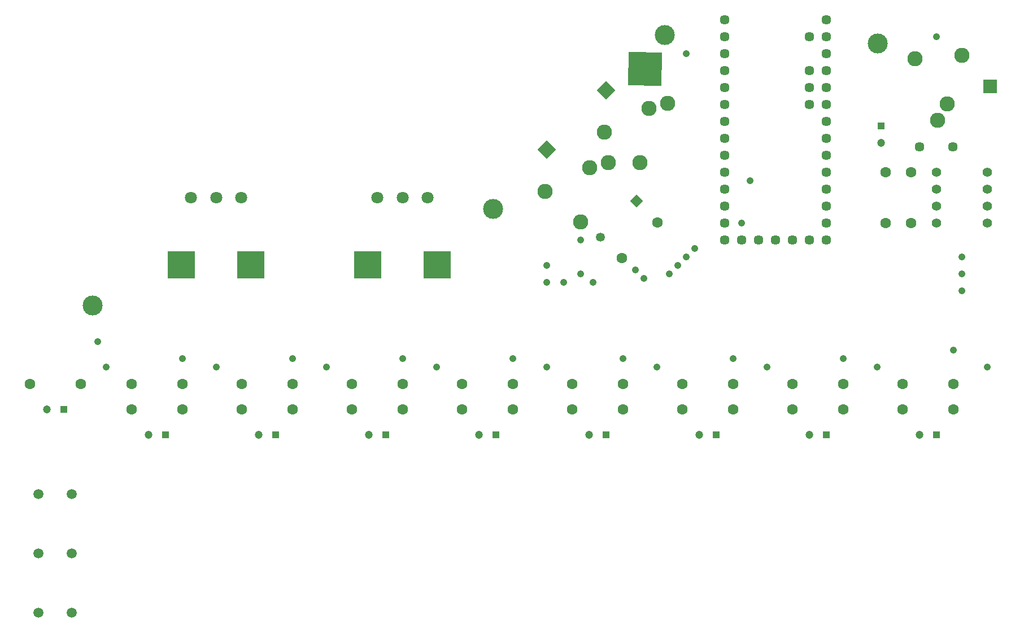
<source format=gbs>
%FSLAX33Y33*%
%MOMM*%
%AMRect-W4000000-H4000000-RO1.000*
21,1,4.,4.,0.,0.,180*%
%AMRect-W1350000-H1350000-RO0.750*
21,1,1.35,1.35,0.,0.,225*%
%AMRect-W1000000-H1000000-RO1.000*
21,1,1.,1.,0.,0.,180*%
%AMRect-W2032000-H2032000-RO0.250*
21,1,2.032,2.032,0.,0.,315*%
%AMRect-W5000000-H5000000-RO1.000*
21,1,5.,5.,0.,0.,179*%
%AMRect-W2032000-H2032000-RO1.000*
21,1,2.032,2.032,0.,0.,180*%
%AMRect-W1000000-H1000000-RO0.500*
21,1,1.,1.,0.,0.,270*%
%ADD10C,3.*%
%ADD11C,1.0668*%
%ADD12C,1.8*%
%ADD13Rect-W4000000-H4000000-RO1.000*%
%ADD14C,1.6*%
%ADD15C,1.35*%
%ADD16Rect-W1350000-H1350000-RO0.750*%
%ADD17C,1.6*%
%ADD18C,1.6*%
%ADD19C,1.2*%
%ADD20Rect-W1000000-H1000000-RO1.000*%
%ADD21C,2.286*%
%ADD22Rect-W2032000-H2032000-RO0.250*%
%ADD23C,1.5*%
%ADD24C,1.4*%
%ADD25C,1.45*%
%ADD26Rect-W5000000-H5000000-RO1.000*%
%ADD27C,1.6*%
%ADD28C,1.0668*%
%ADD29C,1.45*%
%ADD30C,2.286*%
%ADD31Rect-W2032000-H2032000-RO1.000*%
%ADD32C,1.2*%
%ADD33Rect-W1000000-H1000000-RO0.500*%
D10*
%LNbottom solder mask_traces*%
G01*
X130900Y93000D03*
D11*
X99695Y58420D03*
X59690Y69850D03*
X102235Y60960D03*
X111760Y72390D03*
X142240Y46990D03*
X48260Y44450D03*
X102235Y91440D03*
X81280Y59690D03*
X26670Y45720D03*
X103505Y62230D03*
X130810Y44450D03*
X64770Y44450D03*
X95885Y57785D03*
X92710Y45720D03*
X31750Y44450D03*
X15240Y44450D03*
X125730Y45720D03*
X81280Y44450D03*
X147320Y44450D03*
X59690Y45720D03*
X100965Y59690D03*
D10*
X13275Y53725D03*
D11*
X13970Y48260D03*
X43180Y45720D03*
D10*
X73300Y68200D03*
D11*
X83820Y57150D03*
X114300Y44450D03*
X139700Y93980D03*
X110490Y66040D03*
X88265Y57150D03*
X76200Y45720D03*
X94615Y59055D03*
X97790Y44450D03*
X10160Y16510D03*
X81280Y57150D03*
X86354Y63500D03*
D10*
X99000Y94250D03*
D11*
X86360Y58420D03*
X109220Y45720D03*
%LNbottom solder mask component fb107dcccfdb0926*%
D12*
X35500Y69850D03*
X28000Y69850D03*
X31750Y69850D03*
D13*
X26550Y59850D03*
X36950Y59850D03*
%LNbottom solder mask component 1f20f5d5898abb2f*%
D14*
X92710Y38100D03*
X85090Y38100D03*
%LNbottom solder mask component 4b1e3c7fd09ccb6e*%
D15*
X89381Y63981D03*
D16*
X94769Y69369D03*
%LNbottom solder mask component 27b49cb97a04ef49*%
D14*
X76200Y38100D03*
X68580Y38100D03*
%LNbottom solder mask component a620bbc60874f67c*%
D17*
X132080Y66040D03*
X132080Y73660D03*
%LNbottom solder mask component ea2c1d543afd550c*%
D18*
X3810Y41910D03*
X11430Y41910D03*
%LNbottom solder mask component b43df3c15a639c76*%
D14*
X26670Y41910D03*
X19050Y41910D03*
%LNbottom solder mask component de895496bb2fd0e6*%
X109220Y38100D03*
X101600Y38100D03*
%LNbottom solder mask component 82f976b0e811269b*%
D17*
X135890Y66040D03*
X135890Y73660D03*
%LNbottom solder mask component 34e823c397d52473*%
D19*
X120650Y34290D03*
D20*
X123190Y34290D03*
%LNbottom solder mask component 9af73c40574899a7*%
D14*
X59690Y38100D03*
X52070Y38100D03*
%LNbottom solder mask component f836791b44df51a1*%
D19*
X54610Y34290D03*
D20*
X57150Y34290D03*
%LNbottom solder mask component b4f3b804e5a01ba0*%
D21*
X81032Y70785D03*
X86354Y66218D03*
X87742Y74384D03*
X90508Y75174D03*
D22*
X81349Y77114D03*
%LNbottom solder mask component 02b106f82a4a95db*%
D19*
X137160Y34290D03*
D20*
X139700Y34290D03*
%LNbottom solder mask component c91da9575c6a0be3*%
D23*
X10120Y16510D03*
X5120Y16510D03*
%LNbottom solder mask component 9f6d21584f488dcd*%
D14*
X142240Y38100D03*
X134620Y38100D03*
%LNbottom solder mask component d521cece24698383*%
D24*
X147320Y71120D03*
X139700Y66040D03*
X147320Y68580D03*
X139700Y68580D03*
X147320Y66040D03*
X139700Y71120D03*
X139700Y73660D03*
X147320Y73660D03*
%LNbottom solder mask component 97a26aaf76f6e1cc*%
D25*
X120650Y93980D03*
X120650Y88900D03*
X120650Y86360D03*
X120650Y83820D03*
X120650Y63500D03*
X118110Y63500D03*
X115570Y63500D03*
X113030Y63500D03*
X110490Y63500D03*
X107950Y96520D03*
X107950Y93980D03*
X107950Y91440D03*
X107950Y88900D03*
X107950Y86360D03*
X107950Y83820D03*
X107950Y81280D03*
X107950Y78740D03*
X107950Y76200D03*
X107950Y73660D03*
X107950Y71120D03*
X107950Y68580D03*
X107950Y66040D03*
X107950Y63500D03*
X123190Y63500D03*
X123190Y66040D03*
X123190Y68580D03*
X123190Y71120D03*
X123190Y73660D03*
X123190Y76200D03*
X123190Y78740D03*
X123190Y81280D03*
X123190Y83820D03*
X123190Y86360D03*
X123190Y88900D03*
X123190Y91440D03*
X123190Y93980D03*
X123190Y96520D03*
%LNbottom solder mask component 106714d2bc1b7527*%
D14*
X43180Y41910D03*
X35560Y41910D03*
%LNbottom solder mask component 34c941316c1a9527*%
D19*
X104140Y34290D03*
D20*
X106680Y34290D03*
%LNbottom solder mask component cf9d0f0b436303b1*%
D14*
X125730Y38100D03*
X118110Y38100D03*
%LNbottom solder mask component 58c9e35b802cae0f*%
X76200Y41910D03*
X68580Y41910D03*
%LNbottom solder mask component 36da97aa6b26bacf*%
D19*
X21590Y34290D03*
D20*
X24130Y34290D03*
%LNbottom solder mask component 62e86ca77f7b5a9a*%
D14*
X142240Y41910D03*
X134620Y41910D03*
%LNbottom solder mask component 497d46b69fa9bdd2*%
X43180Y38100D03*
X35560Y38100D03*
%LNbottom solder mask component 718ced2e03940ba8*%
D12*
X63440Y69850D03*
X55940Y69850D03*
X59690Y69850D03*
D13*
X54490Y59850D03*
X64890Y59850D03*
%LNbottom solder mask component c4b1df07a66167ef*%
D14*
X59690Y41910D03*
X52070Y41910D03*
%LNbottom solder mask component c566558ad0bcfb55*%
D19*
X71120Y34290D03*
D20*
X73660Y34290D03*
%LNbottom solder mask component 4820d467dc877488*%
D19*
X87630Y34290D03*
D20*
X90170Y34290D03*
%LNbottom solder mask component 4c04787e1f5174be*%
D26*
X96012Y89154D03*
%LNbottom solder mask component da1d1d7cd5a7c606*%
D27*
X92556Y60806D03*
X97944Y66194D03*
%LNbottom solder mask component 60ae0478fb4407c3*%
D28*
X143510Y55880D03*
X143510Y60960D03*
X143510Y58420D03*
%LNbottom solder mask component a8833ba25e49bac5*%
D21*
X89922Y79675D03*
X95244Y75108D03*
X96632Y83274D03*
X99398Y84064D03*
D22*
X90239Y86004D03*
%LNbottom solder mask component 920632581e92b0fd*%
D19*
X38100Y34290D03*
D20*
X40640Y34290D03*
%LNbottom solder mask component 3612e22fcedd26d8*%
D14*
X125730Y41910D03*
X118110Y41910D03*
%LNbottom solder mask component 3919fc649fdcade3*%
D29*
X137200Y77470D03*
X142200Y77470D03*
%LNbottom solder mask component 6889c37fa128180d*%
D30*
X143513Y91262D03*
X136520Y90729D03*
X141312Y83972D03*
X139915Y81458D03*
D31*
X147764Y86563D03*
%LNbottom solder mask component 42f967a1b082bbaa*%
D19*
X6350Y38100D03*
D20*
X8890Y38100D03*
%LNbottom solder mask component 843ae13b30258408*%
D14*
X26670Y38100D03*
X19050Y38100D03*
%LNbottom solder mask component abea25ac2a452092*%
D23*
X10120Y7620D03*
X5120Y7620D03*
%LNbottom solder mask component 71f6df73bb3e5241*%
D14*
X109220Y41910D03*
X101600Y41910D03*
%LNbottom solder mask component 3cea8e4304858dd9*%
D32*
X131445Y78125D03*
D33*
X131445Y80625D03*
%LNbottom solder mask component c985985d9b0f206f*%
D14*
X92710Y41910D03*
X85090Y41910D03*
%LNbottom solder mask component 6f85b1a43342d1af*%
D23*
X10120Y25400D03*
X5120Y25400D03*
M02*
</source>
